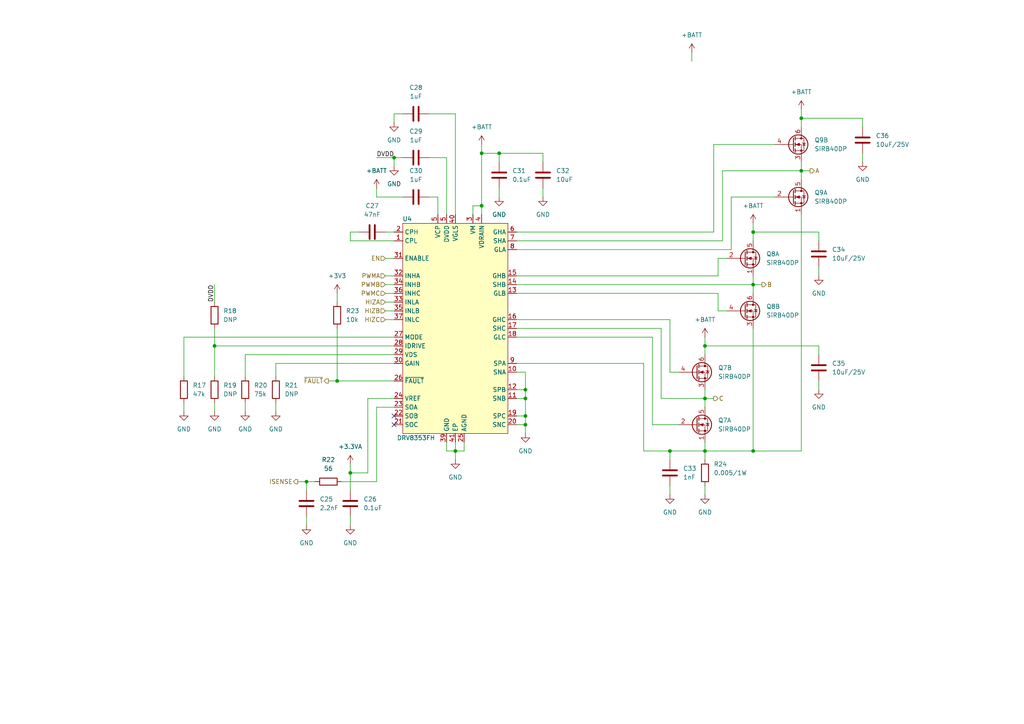
<source format=kicad_sch>
(kicad_sch (version 20210621) (generator eeschema)
  (paper "A4")
  (lib_symbols
    (symbol "Device:C" (pin_numbers hide) (pin_names (offset 0.254))
      (property "Reference" "C" (at 0.635 2.54 0))
      (property "Value" "C" (at 0.635 -2.54 0))
      (symbol "C_0_1"
        (polyline (pts (xy -2.032 -0.762) (xy 2.032 -0.762)) (stroke (width 0.508)))
        (polyline (pts (xy -2.032 0.762) (xy 2.032 0.762)) (stroke (width 0.508)))
      )
      (symbol "C_1_1"
        (pin passive line (at 0 3.81 270) (length 2.794) (name "~") (number "1"))
        (pin passive line (at 0 -3.81 90) (length 2.794) (name "~") (number "2"))
      )
    )
    (symbol "Device:R" (pin_numbers hide) (pin_names (offset 0))
      (property "Reference" "R" (at 2.032 0 90))
      (property "Value" "R" (at 0 0 90))
      (symbol "R_0_1"
        (rectangle (start -1.016 -2.54) (end 1.016 2.54) (stroke (width 0.254)))
      )
      (symbol "R_1_1"
        (pin passive line (at 0 3.81 270) (length 1.27) (name "~") (number "1"))
        (pin passive line (at 0 -3.81 90) (length 1.27) (name "~") (number "2"))
      )
    )
    (symbol "multiesc_symbols:DRV8353FH"
      (property "Reference" "U" (at -13.97 31.75 0))
      (property "Value" "DRV8353FH" (at -11.43 -31.75 0))
      (symbol "DRV8353FH_0_1"
        (rectangle (start -15.24 30.48) (end 15.24 -30.48) (stroke (width 0.1524)) (fill (type background)))
      )
      (symbol "DRV8353FH_1_1"
        (pin passive line (at -17.78 25.4 0) (length 2.54) (name "CPL") (number "1"))
        (pin input line (at 17.78 -12.7 180) (length 2.54) (name "SNA") (number "10"))
        (pin input line (at 17.78 -20.32 180) (length 2.54) (name "SNB") (number "11"))
        (pin input line (at 17.78 -17.78 180) (length 2.54) (name "SPB") (number "12"))
        (pin output line (at 17.78 10.16 180) (length 2.54) (name "GLB") (number "13"))
        (pin input line (at 17.78 12.7 180) (length 2.54) (name "SHB") (number "14"))
        (pin output line (at 17.78 15.24 180) (length 2.54) (name "GHB") (number "15"))
        (pin output line (at 17.78 2.54 180) (length 2.54) (name "GHC") (number "16"))
        (pin input line (at 17.78 0 180) (length 2.54) (name "SHC") (number "17"))
        (pin output line (at 17.78 -2.54 180) (length 2.54) (name "GLC") (number "18"))
        (pin input line (at 17.78 -25.4 180) (length 2.54) (name "SPC") (number "19"))
        (pin passive line (at -17.78 27.94 0) (length 2.54) (name "CPH") (number "2"))
        (pin input line (at 17.78 -27.94 180) (length 2.54) (name "SNC") (number "20"))
        (pin output line (at -17.78 -27.94 0) (length 2.54) (name "SOC") (number "21"))
        (pin output line (at -17.78 -25.4 0) (length 2.54) (name "SOB") (number "22"))
        (pin output line (at -17.78 -22.86 0) (length 2.54) (name "SOA") (number "23"))
        (pin power_in line (at -17.78 -20.32 0) (length 2.54) (name "VREF") (number "24"))
        (pin power_in line (at 2.54 -33.02 90) (length 2.54) (name "AGND") (number "25"))
        (pin open_collector line (at -17.78 -15.24 0) (length 2.54) (name "~{FAULT}") (number "26"))
        (pin input line (at -17.78 -2.54 0) (length 2.54) (name "MODE") (number "27"))
        (pin input line (at -17.78 -5.08 0) (length 2.54) (name "IDRIVE") (number "28"))
        (pin input line (at -17.78 -7.62 0) (length 2.54) (name "VDS") (number "29"))
        (pin power_in line (at 5.08 33.02 270) (length 2.54) (name "VM") (number "3"))
        (pin input line (at -17.78 -10.16 0) (length 2.54) (name "GAIN") (number "30"))
        (pin input line (at -17.78 20.32 0) (length 2.54) (name "ENABLE") (number "31"))
        (pin input line (at -17.78 15.24 0) (length 2.54) (name "INHA") (number "32"))
        (pin input line (at -17.78 7.62 0) (length 2.54) (name "INLA") (number "33"))
        (pin input line (at -17.78 12.7 0) (length 2.54) (name "INHB") (number "34"))
        (pin input line (at -17.78 5.08 0) (length 2.54) (name "INLB") (number "35"))
        (pin input line (at -17.78 10.16 0) (length 2.54) (name "INHC") (number "36"))
        (pin input line (at -17.78 2.54 0) (length 2.54) (name "INLC") (number "37"))
        (pin power_in line (at -2.54 -33.02 90) (length 2.54) (name "GND") (number "39"))
        (pin input line (at 7.62 33.02 270) (length 2.54) (name "VDRAIN") (number "4"))
        (pin power_out line (at 0 33.02 270) (length 2.54) (name "VGLS") (number "40"))
        (pin power_in line (at 0 -33.02 90) (length 2.54) (name "EP") (number "41"))
        (pin power_out line (at -2.54 33.02 270) (length 2.54) (name "DVDD") (number "5"))
        (pin power_out line (at -5.08 33.02 270) (length 2.54) (name "VCP") (number "5"))
        (pin output line (at 17.78 27.94 180) (length 2.54) (name "GHA") (number "6"))
        (pin input line (at 17.78 25.4 180) (length 2.54) (name "SHA") (number "7"))
        (pin output line (at 17.78 22.86 180) (length 2.54) (name "GLA") (number "8"))
        (pin input line (at 17.78 -10.16 180) (length 2.54) (name "SPA") (number "9"))
      )
    )
    (symbol "multiesc_symbols:Q_Dual_NMOS_S1G1S2G2D2D1" (pin_names (offset 0) hide)
      (property "Reference" "Q" (at 6.35 1.27 0))
      (property "Value" "Q_Dual_NMOS_S1G1S2G2D2D1" (at 19.05 -1.27 0))
      (symbol "Q_Dual_NMOS_S1G1S2G2D2D1_0_1"
        (circle (center 1.651 0) (radius 2.794) (stroke (width 0.254)))
        (circle (center 2.54 -1.778) (radius 0.254) (fill (type outline)))
        (circle (center 2.54 1.778) (radius 0.254) (fill (type outline)))
        (polyline (pts (xy 0.254 0) (xy -2.54 0)))
        (polyline (pts (xy 0.254 1.905) (xy 0.254 -1.905)) (stroke (width 0.254)))
        (polyline (pts (xy 0.762 -1.27) (xy 0.762 -2.286)) (stroke (width 0.254)))
        (polyline (pts (xy 0.762 0.508) (xy 0.762 -0.508)) (stroke (width 0.254)))
        (polyline (pts (xy 0.762 2.286) (xy 0.762 1.27)) (stroke (width 0.254)))
        (polyline (pts (xy 2.54 2.54) (xy 2.54 1.778)))
        (polyline (pts (xy 2.54 -2.54) (xy 2.54 0) (xy 0.762 0)))
        (polyline (pts (xy 0.762 -1.778) (xy 3.302 -1.778) (xy 3.302 1.778) (xy 0.762 1.778)))
        (polyline (pts (xy 2.794 0.508) (xy 2.921 0.381) (xy 3.683 0.381) (xy 3.81 0.254)))
        (polyline (pts (xy 3.302 0.381) (xy 2.921 -0.254) (xy 3.683 -0.254) (xy 3.302 0.381)))
        (polyline (pts (xy 1.016 0) (xy 2.032 0.381) (xy 2.032 -0.381) (xy 1.016 0)) (fill (type outline)))
      )
      (symbol "Q_Dual_NMOS_S1G1S2G2D2D1_1_1"
        (pin passive line (at 2.54 -5.08 90) (length 2.54) (name "S") (number "1"))
        (pin input line (at -5.08 0 0) (length 2.54) (name "G") (number "2"))
        (pin passive line (at 2.54 5.08 270) (length 2.54) (name "D") (number "5"))
      )
      (symbol "Q_Dual_NMOS_S1G1S2G2D2D1_2_1"
        (pin passive line (at 2.54 -5.08 90) (length 2.54) (name "S") (number "3"))
        (pin input line (at -5.08 0 0) (length 2.54) (name "G") (number "4"))
        (pin passive line (at 2.54 5.08 270) (length 2.54) (name "D") (number "6"))
      )
    )
    (symbol "power:+3.3V" (power) (pin_names (offset 0))
      (property "Value" "+3.3V" (at 0 3.556 0))
      (symbol "+3.3V_0_1"
        (polyline (pts (xy -0.762 1.27) (xy 0 2.54)))
        (polyline (pts (xy 0 0) (xy 0 2.54)))
        (polyline (pts (xy 0 2.54) (xy 0.762 1.27)))
      )
      (symbol "+3.3V_1_1"
        (pin power_in line (at 0 0 90) (length 0) hide (name "+3V3") (number "1"))
      )
    )
    (symbol "power:+3.3VA" (power) (pin_names (offset 0))
      (property "Value" "+3.3VA" (at 0 3.556 0))
      (symbol "+3.3VA_0_1"
        (polyline (pts (xy -0.762 1.27) (xy 0 2.54)))
        (polyline (pts (xy 0 0) (xy 0 2.54)))
        (polyline (pts (xy 0 2.54) (xy 0.762 1.27)))
      )
      (symbol "+3.3VA_1_1"
        (pin power_in line (at 0 0 90) (length 0) hide (name "+3.3VA") (number "1"))
      )
    )
    (symbol "power:+BATT" (power) (pin_names (offset 0))
      (property "Value" "+BATT" (at 0 3.556 0))
      (symbol "+BATT_0_1"
        (polyline (pts (xy -0.762 1.27) (xy 0 2.54)))
        (polyline (pts (xy 0 0) (xy 0 2.54)))
        (polyline (pts (xy 0 2.54) (xy 0.762 1.27)))
      )
      (symbol "+BATT_1_1"
        (pin power_in line (at 0 0 90) (length 0) hide (name "+BATT") (number "1"))
      )
    )
    (symbol "power:GND" (power) (pin_names (offset 0))
      (property "Value" "GND" (at 0 -3.81 0))
      (symbol "GND_0_1"
        (polyline (pts (xy 0 0) (xy 0 -1.27) (xy 1.27 -1.27) (xy 0 -2.54) (xy -1.27 -1.27) (xy 0 -1.27)))
      )
      (symbol "GND_1_1"
        (pin power_in line (at 0 0 270) (length 0) hide (name "GND") (number "1"))
      )
    )
  )
  (junction (at 62.23 100.33) (diameter 0.9144))
  (junction (at 88.9 139.7) (diameter 0.9144))
  (junction (at 97.79 110.49) (diameter 0.9144))
  (junction (at 101.6 137.16) (diameter 0.9144))
  (junction (at 114.3 45.72) (diameter 0.9144))
  (junction (at 132.08 130.81) (diameter 0.9144))
  (junction (at 139.7 44.45) (diameter 0.9144))
  (junction (at 139.7 59.69) (diameter 0.9144))
  (junction (at 144.78 44.45) (diameter 0.9144))
  (junction (at 152.4 113.03) (diameter 0.9144))
  (junction (at 152.4 115.57) (diameter 0.9144))
  (junction (at 152.4 120.65) (diameter 0.9144))
  (junction (at 152.4 123.19) (diameter 0.9144))
  (junction (at 194.31 130.81) (diameter 0.9144))
  (junction (at 204.47 100.33) (diameter 0.9144))
  (junction (at 204.47 115.57) (diameter 0.9144))
  (junction (at 204.47 130.81) (diameter 0.9144))
  (junction (at 218.44 67.31) (diameter 0.9144))
  (junction (at 218.44 82.55) (diameter 0.9144))
  (junction (at 218.44 130.81) (diameter 0.9144))
  (junction (at 232.41 34.29) (diameter 0.9144))
  (junction (at 232.41 49.53) (diameter 0.9144))
  (no_connect (at 114.3 120.65))
  (no_connect (at 114.3 123.19))
  (wire (pts (xy 53.34 97.79) (xy 53.34 109.22)))
  (wire (pts (xy 53.34 116.84) (xy 53.34 119.38)))
  (wire (pts (xy 62.23 82.55) (xy 62.23 87.63)))
  (wire (pts (xy 62.23 95.25) (xy 62.23 100.33)))
  (wire (pts (xy 62.23 100.33) (xy 62.23 109.22)))
  (wire (pts (xy 62.23 116.84) (xy 62.23 119.38)))
  (wire (pts (xy 71.12 102.87) (xy 71.12 109.22)))
  (wire (pts (xy 71.12 116.84) (xy 71.12 119.38)))
  (wire (pts (xy 80.01 105.41) (xy 114.3 105.41)))
  (wire (pts (xy 80.01 109.22) (xy 80.01 105.41)))
  (wire (pts (xy 80.01 116.84) (xy 80.01 119.38)))
  (wire (pts (xy 86.36 139.7) (xy 88.9 139.7)))
  (wire (pts (xy 88.9 139.7) (xy 88.9 142.24)))
  (wire (pts (xy 88.9 149.86) (xy 88.9 152.4)))
  (wire (pts (xy 91.44 139.7) (xy 88.9 139.7)))
  (wire (pts (xy 95.25 110.49) (xy 97.79 110.49)))
  (wire (pts (xy 97.79 85.09) (xy 97.79 87.63)))
  (wire (pts (xy 97.79 110.49) (xy 97.79 95.25)))
  (wire (pts (xy 97.79 110.49) (xy 114.3 110.49)))
  (wire (pts (xy 101.6 67.31) (xy 104.14 67.31)))
  (wire (pts (xy 101.6 69.85) (xy 101.6 67.31)))
  (wire (pts (xy 101.6 134.62) (xy 101.6 137.16)))
  (wire (pts (xy 101.6 137.16) (xy 101.6 142.24)))
  (wire (pts (xy 101.6 149.86) (xy 101.6 152.4)))
  (wire (pts (xy 106.68 115.57) (xy 106.68 137.16)))
  (wire (pts (xy 106.68 137.16) (xy 101.6 137.16)))
  (wire (pts (xy 109.22 45.72) (xy 114.3 45.72)))
  (wire (pts (xy 109.22 57.15) (xy 109.22 54.61)))
  (wire (pts (xy 109.22 57.15) (xy 116.84 57.15)))
  (wire (pts (xy 109.22 118.11) (xy 109.22 139.7)))
  (wire (pts (xy 109.22 139.7) (xy 99.06 139.7)))
  (wire (pts (xy 111.76 67.31) (xy 114.3 67.31)))
  (wire (pts (xy 111.76 74.93) (xy 114.3 74.93)))
  (wire (pts (xy 111.76 80.01) (xy 114.3 80.01)))
  (wire (pts (xy 111.76 82.55) (xy 114.3 82.55)))
  (wire (pts (xy 111.76 85.09) (xy 114.3 85.09)))
  (wire (pts (xy 111.76 87.63) (xy 114.3 87.63)))
  (wire (pts (xy 111.76 90.17) (xy 114.3 90.17)))
  (wire (pts (xy 111.76 92.71) (xy 114.3 92.71)))
  (wire (pts (xy 114.3 33.02) (xy 114.3 35.56)))
  (wire (pts (xy 114.3 45.72) (xy 114.3 48.26)))
  (wire (pts (xy 114.3 69.85) (xy 101.6 69.85)))
  (wire (pts (xy 114.3 97.79) (xy 53.34 97.79)))
  (wire (pts (xy 114.3 100.33) (xy 62.23 100.33)))
  (wire (pts (xy 114.3 102.87) (xy 71.12 102.87)))
  (wire (pts (xy 114.3 115.57) (xy 106.68 115.57)))
  (wire (pts (xy 114.3 118.11) (xy 109.22 118.11)))
  (wire (pts (xy 116.84 33.02) (xy 114.3 33.02)))
  (wire (pts (xy 116.84 45.72) (xy 114.3 45.72)))
  (wire (pts (xy 124.46 33.02) (xy 132.08 33.02)))
  (wire (pts (xy 124.46 45.72) (xy 129.54 45.72)))
  (wire (pts (xy 124.46 57.15) (xy 127 57.15)))
  (wire (pts (xy 127 57.15) (xy 127 62.23)))
  (wire (pts (xy 129.54 45.72) (xy 129.54 62.23)))
  (wire (pts (xy 129.54 128.27) (xy 129.54 130.81)))
  (wire (pts (xy 129.54 130.81) (xy 132.08 130.81)))
  (wire (pts (xy 132.08 33.02) (xy 132.08 62.23)))
  (wire (pts (xy 132.08 128.27) (xy 132.08 130.81)))
  (wire (pts (xy 132.08 130.81) (xy 132.08 133.35)))
  (wire (pts (xy 132.08 130.81) (xy 134.62 130.81)))
  (wire (pts (xy 134.62 130.81) (xy 134.62 128.27)))
  (wire (pts (xy 137.16 59.69) (xy 139.7 59.69)))
  (wire (pts (xy 137.16 62.23) (xy 137.16 59.69)))
  (wire (pts (xy 139.7 44.45) (xy 139.7 41.91)))
  (wire (pts (xy 139.7 44.45) (xy 139.7 59.69)))
  (wire (pts (xy 139.7 59.69) (xy 139.7 62.23)))
  (wire (pts (xy 144.78 44.45) (xy 139.7 44.45)))
  (wire (pts (xy 144.78 44.45) (xy 144.78 46.99)))
  (wire (pts (xy 144.78 54.61) (xy 144.78 57.15)))
  (wire (pts (xy 149.86 82.55) (xy 218.44 82.55)))
  (wire (pts (xy 149.86 105.41) (xy 186.69 105.41)))
  (wire (pts (xy 149.86 113.03) (xy 152.4 113.03)))
  (wire (pts (xy 149.86 115.57) (xy 152.4 115.57)))
  (wire (pts (xy 149.86 120.65) (xy 152.4 120.65)))
  (wire (pts (xy 149.86 123.19) (xy 152.4 123.19)))
  (wire (pts (xy 152.4 107.95) (xy 149.86 107.95)))
  (wire (pts (xy 152.4 113.03) (xy 152.4 107.95)))
  (wire (pts (xy 152.4 115.57) (xy 152.4 113.03)))
  (wire (pts (xy 152.4 120.65) (xy 152.4 115.57)))
  (wire (pts (xy 152.4 123.19) (xy 152.4 120.65)))
  (wire (pts (xy 152.4 123.19) (xy 152.4 125.73)))
  (wire (pts (xy 157.48 44.45) (xy 144.78 44.45)))
  (wire (pts (xy 157.48 46.99) (xy 157.48 44.45)))
  (wire (pts (xy 157.48 54.61) (xy 157.48 57.15)))
  (wire (pts (xy 186.69 105.41) (xy 186.69 130.81)))
  (wire (pts (xy 186.69 130.81) (xy 194.31 130.81)))
  (wire (pts (xy 189.23 97.79) (xy 149.86 97.79)))
  (wire (pts (xy 189.23 123.19) (xy 189.23 97.79)))
  (wire (pts (xy 191.77 95.25) (xy 149.86 95.25)))
  (wire (pts (xy 191.77 115.57) (xy 191.77 95.25)))
  (wire (pts (xy 194.31 92.71) (xy 149.86 92.71)))
  (wire (pts (xy 194.31 107.95) (xy 194.31 92.71)))
  (wire (pts (xy 194.31 130.81) (xy 194.31 133.35)))
  (wire (pts (xy 194.31 130.81) (xy 204.47 130.81)))
  (wire (pts (xy 194.31 140.97) (xy 194.31 143.51)))
  (wire (pts (xy 196.85 107.95) (xy 194.31 107.95)))
  (wire (pts (xy 196.85 123.19) (xy 189.23 123.19)))
  (wire (pts (xy 200.66 15.24) (xy 200.66 17.78)))
  (wire (pts (xy 204.47 97.79) (xy 204.47 100.33)))
  (wire (pts (xy 204.47 100.33) (xy 204.47 102.87)))
  (wire (pts (xy 204.47 113.03) (xy 204.47 115.57)))
  (wire (pts (xy 204.47 115.57) (xy 191.77 115.57)))
  (wire (pts (xy 204.47 115.57) (xy 204.47 118.11)))
  (wire (pts (xy 204.47 115.57) (xy 207.01 115.57)))
  (wire (pts (xy 204.47 128.27) (xy 204.47 130.81)))
  (wire (pts (xy 204.47 130.81) (xy 204.47 133.35)))
  (wire (pts (xy 204.47 140.97) (xy 204.47 143.51)))
  (wire (pts (xy 207.01 41.91) (xy 207.01 67.31)))
  (wire (pts (xy 207.01 67.31) (xy 149.86 67.31)))
  (wire (pts (xy 208.28 74.93) (xy 208.28 80.01)))
  (wire (pts (xy 208.28 80.01) (xy 149.86 80.01)))
  (wire (pts (xy 208.28 85.09) (xy 149.86 85.09)))
  (wire (pts (xy 208.28 90.17) (xy 208.28 85.09)))
  (wire (pts (xy 209.55 49.53) (xy 209.55 69.85)))
  (wire (pts (xy 209.55 69.85) (xy 149.86 69.85)))
  (wire (pts (xy 210.82 74.93) (xy 208.28 74.93)))
  (wire (pts (xy 210.82 90.17) (xy 208.28 90.17)))
  (wire (pts (xy 212.09 57.15) (xy 212.09 72.39)))
  (wire (pts (xy 212.09 72.39) (xy 149.86 72.39)))
  (wire (pts (xy 218.44 64.77) (xy 218.44 67.31)))
  (wire (pts (xy 218.44 67.31) (xy 218.44 69.85)))
  (wire (pts (xy 218.44 80.01) (xy 218.44 82.55)))
  (wire (pts (xy 218.44 82.55) (xy 218.44 85.09)))
  (wire (pts (xy 218.44 82.55) (xy 220.98 82.55)))
  (wire (pts (xy 218.44 95.25) (xy 218.44 130.81)))
  (wire (pts (xy 218.44 130.81) (xy 204.47 130.81)))
  (wire (pts (xy 224.79 41.91) (xy 207.01 41.91)))
  (wire (pts (xy 224.79 57.15) (xy 212.09 57.15)))
  (wire (pts (xy 232.41 31.75) (xy 232.41 34.29)))
  (wire (pts (xy 232.41 34.29) (xy 232.41 36.83)))
  (wire (pts (xy 232.41 46.99) (xy 232.41 49.53)))
  (wire (pts (xy 232.41 49.53) (xy 209.55 49.53)))
  (wire (pts (xy 232.41 49.53) (xy 232.41 52.07)))
  (wire (pts (xy 232.41 49.53) (xy 234.95 49.53)))
  (wire (pts (xy 232.41 62.23) (xy 232.41 130.81)))
  (wire (pts (xy 232.41 130.81) (xy 218.44 130.81)))
  (wire (pts (xy 237.49 67.31) (xy 218.44 67.31)))
  (wire (pts (xy 237.49 69.85) (xy 237.49 67.31)))
  (wire (pts (xy 237.49 77.47) (xy 237.49 80.01)))
  (wire (pts (xy 237.49 100.33) (xy 204.47 100.33)))
  (wire (pts (xy 237.49 102.87) (xy 237.49 100.33)))
  (wire (pts (xy 237.49 110.49) (xy 237.49 113.03)))
  (wire (pts (xy 250.19 34.29) (xy 232.41 34.29)))
  (wire (pts (xy 250.19 36.83) (xy 250.19 34.29)))
  (wire (pts (xy 250.19 44.45) (xy 250.19 46.99)))
  (label "DVDD" (at 62.23 82.55 270))
  (label "DVDD" (at 109.22 45.72 0))
  (hierarchical_label "ISENSE" (shape output) (at 86.36 139.7 180))
  (hierarchical_label "~{FAULT}" (shape output) (at 95.25 110.49 180))
  (hierarchical_label "EN" (shape input) (at 111.76 74.93 180))
  (hierarchical_label "PWMA" (shape input) (at 111.76 80.01 180))
  (hierarchical_label "PWMB" (shape input) (at 111.76 82.55 180))
  (hierarchical_label "PWMC" (shape input) (at 111.76 85.09 180))
  (hierarchical_label "HIZA" (shape input) (at 111.76 87.63 180))
  (hierarchical_label "HIZB" (shape input) (at 111.76 90.17 180))
  (hierarchical_label "HIZC" (shape input) (at 111.76 92.71 180))
  (hierarchical_label "C" (shape output) (at 207.01 115.57 0))
  (hierarchical_label "B" (shape output) (at 220.98 82.55 0))
  (hierarchical_label "A" (shape output) (at 234.95 49.53 0))
  (symbol (lib_id "power:+3.3V") (at 97.79 85.09 0) (unit 1)
    (property "Reference" "#PWR0219" (effects hide))
    (property "Value" "+3.3V" (at 97.79 80.01 0))
  )
  (symbol (lib_id "power:+3.3VA") (at 101.6 134.62 0) (unit 1)
    (property "Reference" "#PWR0207" (effects hide))
    (property "Value" "+3.3VA" (at 101.6 129.54 0))
  )
  (symbol (lib_id "power:+BATT") (at 109.22 54.61 0) (unit 1)
    (property "Reference" "#PWR0148" (effects hide))
    (property "Value" "+BATT" (at 109.22 49.53 0))
  )
  (symbol (lib_id "power:+BATT") (at 139.7 41.91 0) (unit 1)
    (property "Reference" "#PWR0153" (effects hide))
    (property "Value" "+BATT" (at 139.7 36.83 0))
  )
  (symbol (lib_id "power:+BATT") (at 200.66 15.24 0) (unit 1)
    (property "Reference" "#PWR0155" (effects hide))
    (property "Value" "+BATT" (at 200.66 10.16 0))
  )
  (symbol (lib_id "power:+BATT") (at 204.47 97.79 0) (unit 1)
    (property "Reference" "#PWR0156" (effects hide))
    (property "Value" "+BATT" (at 204.47 92.71 0))
  )
  (symbol (lib_id "power:+BATT") (at 218.44 64.77 0) (unit 1)
    (property "Reference" "#PWR0157" (effects hide))
    (property "Value" "+BATT" (at 218.44 59.69 0))
  )
  (symbol (lib_id "power:+BATT") (at 232.41 31.75 0) (unit 1)
    (property "Reference" "#PWR0159" (effects hide))
    (property "Value" "+BATT" (at 232.41 26.67 0))
  )
  (symbol (lib_id "power:GND") (at 53.34 119.38 0) (unit 1)
    (property "Reference" "#PWR0142" (effects hide))
    (property "Value" "GND" (at 53.34 124.46 0))
  )
  (symbol (lib_id "power:GND") (at 62.23 119.38 0) (unit 1)
    (property "Reference" "#PWR0161" (effects hide))
    (property "Value" "GND" (at 62.23 124.46 0))
  )
  (symbol (lib_id "power:GND") (at 71.12 119.38 0) (unit 1)
    (property "Reference" "#PWR0160" (effects hide))
    (property "Value" "GND" (at 71.12 124.46 0))
  )
  (symbol (lib_id "power:GND") (at 80.01 119.38 0) (unit 1)
    (property "Reference" "#PWR0162" (effects hide))
    (property "Value" "GND" (at 80.01 124.46 0))
  )
  (symbol (lib_id "power:GND") (at 88.9 152.4 0) (unit 1)
    (property "Reference" "#PWR0164" (effects hide))
    (property "Value" "GND" (at 88.9 157.48 0))
  )
  (symbol (lib_id "power:GND") (at 101.6 152.4 0) (unit 1)
    (property "Reference" "#PWR0165" (effects hide))
    (property "Value" "GND" (at 101.6 157.48 0))
  )
  (symbol (lib_id "power:GND") (at 114.3 35.56 0) (unit 1)
    (property "Reference" "#PWR0149" (effects hide))
    (property "Value" "GND" (at 114.3 40.64 0))
  )
  (symbol (lib_id "power:GND") (at 114.3 48.26 0) (unit 1)
    (property "Reference" "#PWR0147" (effects hide))
    (property "Value" "GND" (at 114.3 53.34 0))
  )
  (symbol (lib_id "power:GND") (at 132.08 133.35 0) (unit 1)
    (property "Reference" "#PWR0150" (effects hide))
    (property "Value" "GND" (at 132.08 138.43 0))
  )
  (symbol (lib_id "power:GND") (at 144.78 57.15 0) (unit 1)
    (property "Reference" "#PWR0152" (effects hide))
    (property "Value" "GND" (at 144.78 62.23 0))
  )
  (symbol (lib_id "power:GND") (at 152.4 125.73 0) (unit 1)
    (property "Reference" "#PWR0151" (effects hide))
    (property "Value" "GND" (at 152.4 130.81 0))
  )
  (symbol (lib_id "power:GND") (at 157.48 57.15 0) (unit 1)
    (property "Reference" "#PWR0154" (effects hide))
    (property "Value" "GND" (at 157.48 62.23 0))
  )
  (symbol (lib_id "power:GND") (at 194.31 143.51 0) (unit 1)
    (property "Reference" "#PWR0143" (effects hide))
    (property "Value" "GND" (at 194.31 148.59 0))
  )
  (symbol (lib_id "power:GND") (at 204.47 143.51 0) (unit 1)
    (property "Reference" "#PWR0146" (effects hide))
    (property "Value" "GND" (at 204.47 148.59 0))
  )
  (symbol (lib_id "power:GND") (at 237.49 80.01 0) (unit 1)
    (property "Reference" "#PWR0145" (effects hide))
    (property "Value" "GND" (at 237.49 85.09 0))
  )
  (symbol (lib_id "power:GND") (at 237.49 113.03 0) (unit 1)
    (property "Reference" "#PWR0144" (effects hide))
    (property "Value" "GND" (at 237.49 118.11 0))
  )
  (symbol (lib_id "power:GND") (at 250.19 46.99 0) (unit 1)
    (property "Reference" "#PWR0158" (effects hide))
    (property "Value" "GND" (at 250.19 52.07 0))
  )
  (symbol (lib_id "Device:R") (at 53.34 113.03 180) (unit 1)
    (property "Reference" "R17" (at 55.88 111.7599 0) (effects (justify right)))
    (property "Value" "47k" (at 55.88 114.2999 0) (effects (justify right)))
    (property "Footprint" "Resistor_SMD:R_0402_1005Metric" (effects hide))
  )
  (symbol (lib_id "Device:R") (at 62.23 91.44 180) (unit 1)
    (property "Reference" "R18" (at 64.77 90.1699 0) (effects (justify right)))
    (property "Value" "DNP" (at 64.77 92.7099 0) (effects (justify right)))
    (property "Footprint" "Resistor_SMD:R_0402_1005Metric" (effects hide))
  )
  (symbol (lib_id "Device:R") (at 62.23 113.03 180) (unit 1)
    (property "Reference" "R19" (at 64.77 111.7599 0) (effects (justify right)))
    (property "Value" "DNP" (at 64.77 114.2999 0) (effects (justify right)))
    (property "Footprint" "Resistor_SMD:R_0402_1005Metric" (effects hide))
  )
  (symbol (lib_id "Device:R") (at 71.12 113.03 180) (unit 1)
    (property "Reference" "R20" (at 73.66 111.7599 0) (effects (justify right)))
    (property "Value" "75k" (at 73.66 114.2999 0) (effects (justify right)))
    (property "Footprint" "Resistor_SMD:R_0402_1005Metric" (effects hide))
  )
  (symbol (lib_id "Device:R") (at 80.01 113.03 180) (unit 1)
    (property "Reference" "R21" (at 82.55 111.7599 0) (effects (justify right)))
    (property "Value" "DNP" (at 82.55 114.2999 0) (effects (justify right)))
    (property "Footprint" "Resistor_SMD:R_0402_1005Metric" (effects hide))
  )
  (symbol (lib_id "Device:R") (at 95.25 139.7 90) (unit 1)
    (property "Reference" "R22" (at 95.25 133.35 90))
    (property "Value" "56" (at 95.25 135.89 90))
    (property "Footprint" "Resistor_SMD:R_0402_1005Metric" (effects hide))
  )
  (symbol (lib_id "Device:R") (at 97.79 91.44 180) (unit 1)
    (property "Reference" "R23" (at 100.33 90.1699 0) (effects (justify right)))
    (property "Value" "10k" (at 100.33 92.7099 0) (effects (justify right)))
    (property "Footprint" "Resistor_SMD:R_0402_1005Metric" (effects hide))
  )
  (symbol (lib_id "Device:R") (at 204.47 137.16 0) (unit 1)
    (property "Reference" "R24" (at 207.01 134.6199 0) (effects (justify left)))
    (property "Value" "0.005{slash}1W" (at 207.01 137.1599 0) (effects (justify left)))
    (property "Footprint" "Resistor_SMD:R_0612_1632Metric" (effects hide))
  )
  (symbol (lib_id "Device:C") (at 88.9 146.05 180) (unit 1)
    (property "Reference" "C25" (at 92.71 144.7799 0) (effects (justify right)))
    (property "Value" "2.2nF" (at 92.71 147.3199 0) (effects (justify right)))
    (property "Footprint" "Capacitor_SMD:C_0402_1005Metric" (effects hide))
  )
  (symbol (lib_id "Device:C") (at 101.6 146.05 180) (unit 1)
    (property "Reference" "C26" (at 105.41 144.7799 0) (effects (justify right)))
    (property "Value" "0.1uF" (at 105.41 147.3199 0) (effects (justify right)))
    (property "Footprint" "Capacitor_SMD:C_0402_1005Metric" (effects hide))
    (property "Digikey" "1276-6720-1-ND" (effects hide))
  )
  (symbol (lib_id "Device:C") (at 107.95 67.31 90) (unit 1)
    (property "Reference" "C27" (at 107.95 59.69 90))
    (property "Value" "47nF" (at 107.95 62.23 90))
    (property "Footprint" "Capacitor_SMD:C_0402_1005Metric" (effects hide))
    (property "Digikey" "587-1225-1-ND" (effects hide))
  )
  (symbol (lib_id "Device:C") (at 120.65 33.02 270) (unit 1)
    (property "Reference" "C28" (at 120.65 25.4 90))
    (property "Value" "1uF" (at 120.65 27.94 90))
    (property "Footprint" "Capacitor_SMD:C_0603_1608Metric" (effects hide))
    (property "Digikey" "1276-1184-1-ND" (effects hide))
  )
  (symbol (lib_id "Device:C") (at 120.65 45.72 270) (unit 1)
    (property "Reference" "C29" (at 120.65 38.1 90))
    (property "Value" "1uF" (at 120.65 40.64 90))
    (property "Footprint" "Capacitor_SMD:C_0603_1608Metric" (effects hide))
    (property "Digikey" "1276-1184-1-ND" (effects hide))
  )
  (symbol (lib_id "Device:C") (at 120.65 57.15 270) (unit 1)
    (property "Reference" "C30" (at 120.65 49.53 90))
    (property "Value" "1uF" (at 120.65 52.07 90))
    (property "Footprint" "Capacitor_SMD:C_0603_1608Metric" (effects hide))
    (property "Digikey" "1276-1184-1-ND" (effects hide))
  )
  (symbol (lib_id "Device:C") (at 144.78 50.8 180) (unit 1)
    (property "Reference" "C31" (at 148.59 49.5299 0) (effects (justify right)))
    (property "Value" "0.1uF" (at 148.59 52.0699 0) (effects (justify right)))
    (property "Footprint" "Capacitor_SMD:C_0402_1005Metric" (effects hide))
    (property "Digikey" "1276-6720-1-ND" (effects hide))
  )
  (symbol (lib_id "Device:C") (at 157.48 50.8 180) (unit 1)
    (property "Reference" "C32" (at 161.29 49.5299 0) (effects (justify right)))
    (property "Value" "10uF" (at 161.29 52.0699 0) (effects (justify right)))
    (property "Footprint" "Capacitor_SMD:C_0805_2012Metric" (effects hide))
  )
  (symbol (lib_id "Device:C") (at 194.31 137.16 180) (unit 1)
    (property "Reference" "C33" (at 198.12 135.8899 0) (effects (justify right)))
    (property "Value" "1nF" (at 198.12 138.4299 0) (effects (justify right)))
    (property "Footprint" "Resistor_SMD:R_0402_1005Metric" (effects hide))
    (property "Digikey" "732-7556-1-ND" (effects hide))
  )
  (symbol (lib_id "Device:C") (at 237.49 73.66 0) (unit 1)
    (property "Reference" "C34" (at 241.3 72.3899 0) (effects (justify left)))
    (property "Value" "10uF{slash}25V" (at 241.3 74.9299 0) (effects (justify left)))
    (property "Footprint" "Capacitor_SMD:C_0805_2012Metric" (effects hide))
  )
  (symbol (lib_id "Device:C") (at 237.49 106.68 0) (unit 1)
    (property "Reference" "C35" (at 241.3 105.4099 0) (effects (justify left)))
    (property "Value" "10uF{slash}25V" (at 241.3 107.9499 0) (effects (justify left)))
    (property "Footprint" "Capacitor_SMD:C_0805_2012Metric" (effects hide))
  )
  (symbol (lib_id "Device:C") (at 250.19 40.64 0) (unit 1)
    (property "Reference" "C36" (at 254 39.3699 0) (effects (justify left)))
    (property "Value" "10uF{slash}25V" (at 254 41.9099 0) (effects (justify left)))
    (property "Footprint" "Capacitor_SMD:C_0805_2012Metric" (effects hide))
  )
  (symbol (lib_id "multiesc_symbols:Q_Dual_NMOS_S1G1S2G2D2D1") (at 201.93 107.95 0) (unit 2)
    (property "Reference" "Q7" (at 208.28 106.6799 0) (effects (justify left)))
    (property "Value" "SiRB40DP" (at 208.28 109.2199 0) (effects (justify left)))
    (property "Footprint" "Package_SO:PowerPAK_SO-8_Dual" (effects hide))
  )
  (symbol (lib_id "multiesc_symbols:Q_Dual_NMOS_S1G1S2G2D2D1") (at 201.93 123.19 0) (unit 1)
    (property "Reference" "Q7" (at 208.28 121.9199 0) (effects (justify left)))
    (property "Value" "SiRB40DP" (at 208.28 124.4599 0) (effects (justify left)))
    (property "Footprint" "Package_SO:PowerPAK_SO-8_Dual" (effects hide))
  )
  (symbol (lib_id "multiesc_symbols:Q_Dual_NMOS_S1G1S2G2D2D1") (at 215.9 74.93 0) (unit 1)
    (property "Reference" "Q8" (at 222.25 73.6599 0) (effects (justify left)))
    (property "Value" "SiRB40DP" (at 222.25 76.1999 0) (effects (justify left)))
    (property "Footprint" "Package_SO:PowerPAK_SO-8_Dual" (effects hide))
  )
  (symbol (lib_id "multiesc_symbols:Q_Dual_NMOS_S1G1S2G2D2D1") (at 215.9 90.17 0) (unit 2)
    (property "Reference" "Q8" (at 222.25 88.8999 0) (effects (justify left)))
    (property "Value" "SiRB40DP" (at 222.25 91.4399 0) (effects (justify left)))
    (property "Footprint" "Package_SO:PowerPAK_SO-8_Dual" (effects hide))
  )
  (symbol (lib_id "multiesc_symbols:Q_Dual_NMOS_S1G1S2G2D2D1") (at 229.87 41.91 0) (unit 2)
    (property "Reference" "Q9" (at 236.22 40.6399 0) (effects (justify left)))
    (property "Value" "SiRB40DP" (at 236.22 43.1799 0) (effects (justify left)))
    (property "Footprint" "Package_SO:PowerPAK_SO-8_Dual" (effects hide))
  )
  (symbol (lib_id "multiesc_symbols:Q_Dual_NMOS_S1G1S2G2D2D1") (at 229.87 57.15 0) (unit 1)
    (property "Reference" "Q9" (at 236.22 55.8799 0) (effects (justify left)))
    (property "Value" "SiRB40DP" (at 236.22 58.4199 0) (effects (justify left)))
    (property "Footprint" "Package_SO:PowerPAK_SO-8_Dual" (effects hide))
  )
  (symbol (lib_id "multiesc_symbols:DRV8353FH") (at 132.08 95.25 0) (unit 1)
    (property "Reference" "U4" (at 118.11 63.5 0))
    (property "Value" "DRV8353FH" (at 120.65 127 0))
    (property "Footprint" "Package_DFN_QFN:Texas_S-PVQFN-N40_EP4.15x4.15mm" (effects hide))
    (property "Datasheet" "https://www.ti.com/lit/ds/symlink/drv8353f.pdf" (effects hide))
  )
)
</source>
